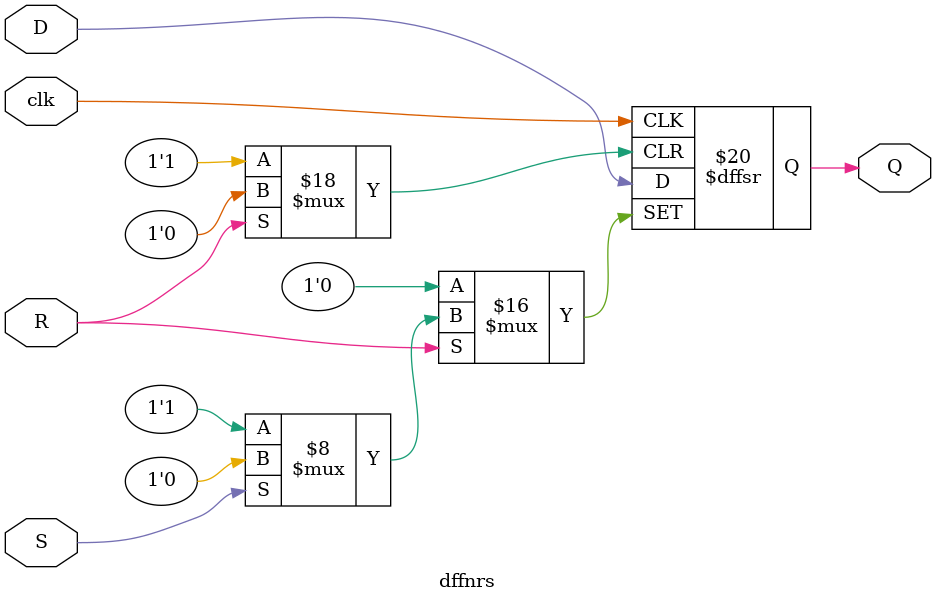
<source format=v>
module dffnrs(D,clk,R,S,Q);
input D;      // Data input 
input clk;    // clock input 
input R;      // reset input 
input S;      // set input 
output reg Q;     // output Q 

always @(negedge clk or negedge R or negedge S) 

begin
	if (R == 1'b0) begin // reset active low
            Q <= 1'b0;
        end
	else if (S == 1'b0) begin // set active low
            Q <= 1'b1;
        end
	else begin
            Q <= D; 
        end
end 
endmodule 

</source>
